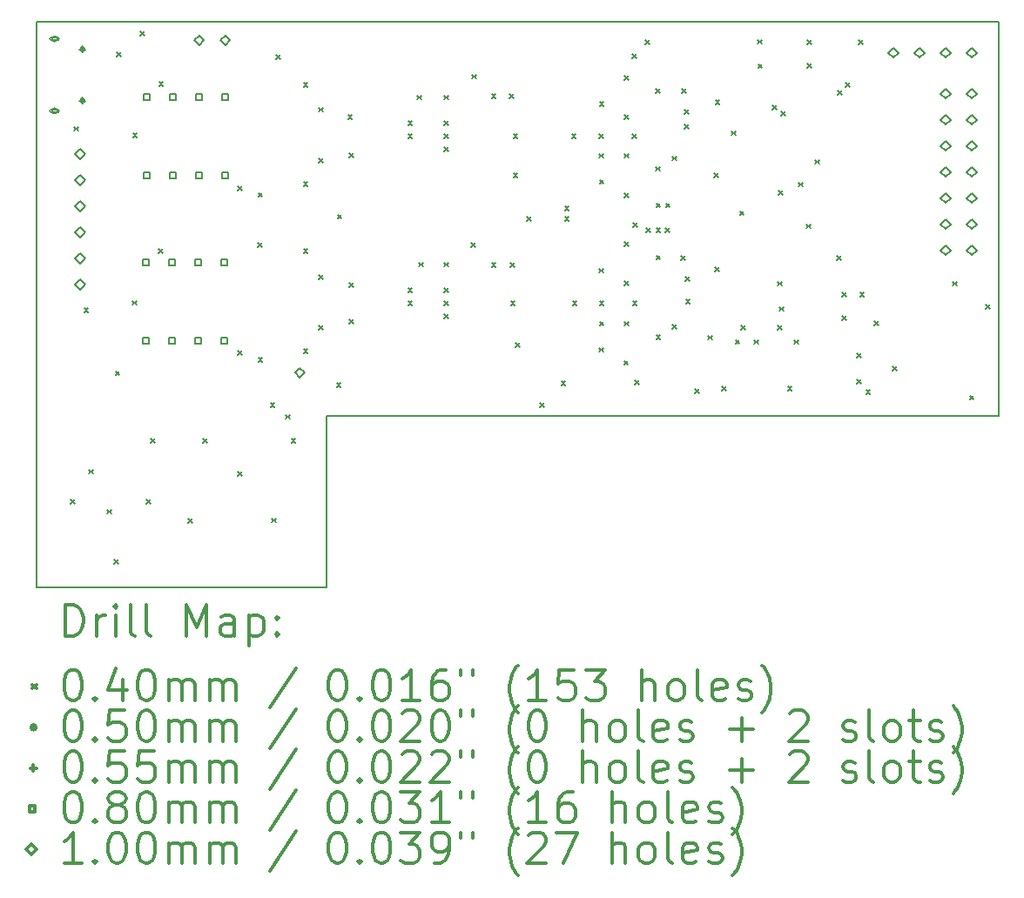
<source format=gbr>
%FSLAX45Y45*%
G04 Gerber Fmt 4.5, Leading zero omitted, Abs format (unit mm)*
G04 Created by KiCad (PCBNEW 5.0.2-bee76a0~70~ubuntu16.04.1) date Fri 08 Mar 2019 09:36:10 +0530*
%MOMM*%
%LPD*%
G01*
G04 APERTURE LIST*
%ADD10C,0.150000*%
%ADD11C,0.200000*%
%ADD12C,0.300000*%
G04 APERTURE END LIST*
D10*
X9150000Y-7787500D02*
X18505000Y-7787500D01*
X9150000Y-13287500D02*
X9150000Y-7787500D01*
X11962500Y-13287500D02*
X9150000Y-13287500D01*
X11962500Y-11622500D02*
X11962500Y-13287500D01*
X18505000Y-11622500D02*
X11962500Y-11622500D01*
X18505000Y-7787500D02*
X18505000Y-11622500D01*
D11*
X9477500Y-12437500D02*
X9517500Y-12477500D01*
X9517500Y-12437500D02*
X9477500Y-12477500D01*
X9510000Y-8807500D02*
X9550000Y-8847500D01*
X9550000Y-8807500D02*
X9510000Y-8847500D01*
X9609000Y-10570000D02*
X9649000Y-10610000D01*
X9649000Y-10570000D02*
X9609000Y-10610000D01*
X9657500Y-12142500D02*
X9697500Y-12182500D01*
X9697500Y-12142500D02*
X9657500Y-12182500D01*
X9832500Y-12532500D02*
X9872500Y-12572500D01*
X9872500Y-12532500D02*
X9832500Y-12572500D01*
X9902500Y-13022500D02*
X9942500Y-13062500D01*
X9942500Y-13022500D02*
X9902500Y-13062500D01*
X9912500Y-11187500D02*
X9952500Y-11227500D01*
X9952500Y-11187500D02*
X9912500Y-11227500D01*
X9925000Y-8085000D02*
X9965000Y-8125000D01*
X9965000Y-8085000D02*
X9925000Y-8125000D01*
X10077500Y-10500000D02*
X10117500Y-10540000D01*
X10117500Y-10500000D02*
X10077500Y-10540000D01*
X10082500Y-8872500D02*
X10122500Y-8912500D01*
X10122500Y-8872500D02*
X10082500Y-8912500D01*
X10155000Y-7877500D02*
X10195000Y-7917500D01*
X10195000Y-7877500D02*
X10155000Y-7917500D01*
X10212000Y-12437500D02*
X10252000Y-12477500D01*
X10252000Y-12437500D02*
X10212000Y-12477500D01*
X10257500Y-11845000D02*
X10297500Y-11885000D01*
X10297500Y-11845000D02*
X10257500Y-11885000D01*
X10335000Y-10000000D02*
X10375000Y-10040000D01*
X10375000Y-10000000D02*
X10335000Y-10040000D01*
X10337500Y-8370000D02*
X10377500Y-8410000D01*
X10377500Y-8370000D02*
X10337500Y-8410000D01*
X10620000Y-12620000D02*
X10660000Y-12660000D01*
X10660000Y-12620000D02*
X10620000Y-12660000D01*
X10762500Y-11845000D02*
X10802500Y-11885000D01*
X10802500Y-11845000D02*
X10762500Y-11885000D01*
X11100000Y-10987500D02*
X11140000Y-11027500D01*
X11140000Y-10987500D02*
X11100000Y-11027500D01*
X11102500Y-9390000D02*
X11142500Y-9430000D01*
X11142500Y-9390000D02*
X11102500Y-9430000D01*
X11102500Y-12162500D02*
X11142500Y-12202500D01*
X11142500Y-12162500D02*
X11102500Y-12202500D01*
X11297500Y-9935500D02*
X11337500Y-9975500D01*
X11337500Y-9935500D02*
X11297500Y-9975500D01*
X11302500Y-9452000D02*
X11342500Y-9492000D01*
X11342500Y-9452000D02*
X11302500Y-9492000D01*
X11302500Y-11057000D02*
X11342500Y-11097000D01*
X11342500Y-11057000D02*
X11302500Y-11097000D01*
X11420000Y-11495000D02*
X11460000Y-11535000D01*
X11460000Y-11495000D02*
X11420000Y-11535000D01*
X11435000Y-12617500D02*
X11475000Y-12657500D01*
X11475000Y-12617500D02*
X11435000Y-12657500D01*
X11477500Y-8110000D02*
X11517500Y-8150000D01*
X11517500Y-8110000D02*
X11477500Y-8150000D01*
X11570000Y-11610000D02*
X11610000Y-11650000D01*
X11610000Y-11610000D02*
X11570000Y-11650000D01*
X11622500Y-11842500D02*
X11662500Y-11882500D01*
X11662500Y-11842500D02*
X11622500Y-11882500D01*
X11742500Y-8382500D02*
X11782500Y-8422500D01*
X11782500Y-8382500D02*
X11742500Y-8422500D01*
X11742500Y-9342500D02*
X11782500Y-9382500D01*
X11782500Y-9342500D02*
X11742500Y-9382500D01*
X11742500Y-9995000D02*
X11782500Y-10035000D01*
X11782500Y-9995000D02*
X11742500Y-10035000D01*
X11742500Y-10972500D02*
X11782500Y-11012500D01*
X11782500Y-10972500D02*
X11742500Y-11012500D01*
X11892500Y-8622500D02*
X11932500Y-8662500D01*
X11932500Y-8622500D02*
X11892500Y-8662500D01*
X11892500Y-9115000D02*
X11932500Y-9155000D01*
X11932500Y-9115000D02*
X11892500Y-9155000D01*
X11892500Y-10250000D02*
X11932500Y-10290000D01*
X11932500Y-10250000D02*
X11892500Y-10290000D01*
X11892500Y-10740000D02*
X11932500Y-10780000D01*
X11932500Y-10740000D02*
X11892500Y-10780000D01*
X12065000Y-11300000D02*
X12105000Y-11340000D01*
X12105000Y-11300000D02*
X12065000Y-11340000D01*
X12072500Y-9662500D02*
X12112500Y-9702500D01*
X12112500Y-9662500D02*
X12072500Y-9702500D01*
X12175000Y-8692500D02*
X12215000Y-8732500D01*
X12215000Y-8692500D02*
X12175000Y-8732500D01*
X12185000Y-9065000D02*
X12225000Y-9105000D01*
X12225000Y-9065000D02*
X12185000Y-9105000D01*
X12185000Y-10330000D02*
X12225000Y-10370000D01*
X12225000Y-10330000D02*
X12185000Y-10370000D01*
X12185000Y-10680000D02*
X12225000Y-10720000D01*
X12225000Y-10680000D02*
X12185000Y-10720000D01*
X12757500Y-8752500D02*
X12797500Y-8792500D01*
X12797500Y-8752500D02*
X12757500Y-8792500D01*
X12757500Y-8880000D02*
X12797500Y-8920000D01*
X12797500Y-8880000D02*
X12757500Y-8920000D01*
X12757500Y-10380000D02*
X12797500Y-10420000D01*
X12797500Y-10380000D02*
X12757500Y-10420000D01*
X12757500Y-10507500D02*
X12797500Y-10547500D01*
X12797500Y-10507500D02*
X12757500Y-10547500D01*
X12850000Y-8502500D02*
X12890000Y-8542500D01*
X12890000Y-8502500D02*
X12850000Y-8542500D01*
X12862500Y-10127500D02*
X12902500Y-10167500D01*
X12902500Y-10127500D02*
X12862500Y-10167500D01*
X13112500Y-8502500D02*
X13152500Y-8542500D01*
X13152500Y-8502500D02*
X13112500Y-8542500D01*
X13112500Y-8752500D02*
X13152500Y-8792500D01*
X13152500Y-8752500D02*
X13112500Y-8792500D01*
X13112500Y-8880000D02*
X13152500Y-8920000D01*
X13152500Y-8880000D02*
X13112500Y-8920000D01*
X13112500Y-9007500D02*
X13152500Y-9047500D01*
X13152500Y-9007500D02*
X13112500Y-9047500D01*
X13112500Y-10127500D02*
X13152500Y-10167500D01*
X13152500Y-10127500D02*
X13112500Y-10167500D01*
X13112500Y-10380000D02*
X13152500Y-10420000D01*
X13152500Y-10380000D02*
X13112500Y-10420000D01*
X13112500Y-10507500D02*
X13152500Y-10547500D01*
X13152500Y-10507500D02*
X13112500Y-10547500D01*
X13112500Y-10635000D02*
X13152500Y-10675000D01*
X13152500Y-10635000D02*
X13112500Y-10675000D01*
X13375000Y-9940000D02*
X13415000Y-9980000D01*
X13415000Y-9940000D02*
X13375000Y-9980000D01*
X13382500Y-8300000D02*
X13422500Y-8340000D01*
X13422500Y-8300000D02*
X13382500Y-8340000D01*
X13570000Y-8487500D02*
X13610000Y-8527500D01*
X13610000Y-8487500D02*
X13570000Y-8527500D01*
X13570000Y-10130000D02*
X13610000Y-10170000D01*
X13610000Y-10130000D02*
X13570000Y-10170000D01*
X13745000Y-8487500D02*
X13785000Y-8527500D01*
X13785000Y-8487500D02*
X13745000Y-8527500D01*
X13750000Y-10130000D02*
X13790000Y-10170000D01*
X13790000Y-10130000D02*
X13750000Y-10170000D01*
X13757500Y-10507500D02*
X13797500Y-10547500D01*
X13797500Y-10507500D02*
X13757500Y-10547500D01*
X13782500Y-8877500D02*
X13822500Y-8917500D01*
X13822500Y-8877500D02*
X13782500Y-8917500D01*
X13782500Y-9260000D02*
X13822500Y-9300000D01*
X13822500Y-9260000D02*
X13782500Y-9300000D01*
X13802500Y-10910000D02*
X13842500Y-10950000D01*
X13842500Y-10910000D02*
X13802500Y-10950000D01*
X13915000Y-9685000D02*
X13955000Y-9725000D01*
X13955000Y-9685000D02*
X13915000Y-9725000D01*
X14040000Y-11495000D02*
X14080000Y-11535000D01*
X14080000Y-11495000D02*
X14040000Y-11535000D01*
X14247500Y-11285000D02*
X14287500Y-11325000D01*
X14287500Y-11285000D02*
X14247500Y-11325000D01*
X14282500Y-9580000D02*
X14322500Y-9620000D01*
X14322500Y-9580000D02*
X14282500Y-9620000D01*
X14282500Y-9685000D02*
X14322500Y-9725000D01*
X14322500Y-9685000D02*
X14282500Y-9725000D01*
X14350000Y-8877500D02*
X14390000Y-8917500D01*
X14390000Y-8877500D02*
X14350000Y-8917500D01*
X14357500Y-10502500D02*
X14397500Y-10542500D01*
X14397500Y-10502500D02*
X14357500Y-10542500D01*
X14615000Y-9070000D02*
X14655000Y-9110000D01*
X14655000Y-9070000D02*
X14615000Y-9110000D01*
X14617500Y-8877500D02*
X14657500Y-8917500D01*
X14657500Y-8877500D02*
X14617500Y-8917500D01*
X14617500Y-10187500D02*
X14657500Y-10227500D01*
X14657500Y-10187500D02*
X14617500Y-10227500D01*
X14617500Y-10957500D02*
X14657500Y-10997500D01*
X14657500Y-10957500D02*
X14617500Y-10997500D01*
X14620000Y-8565000D02*
X14660000Y-8605000D01*
X14660000Y-8565000D02*
X14620000Y-8605000D01*
X14620000Y-9325000D02*
X14660000Y-9365000D01*
X14660000Y-9325000D02*
X14620000Y-9365000D01*
X14620000Y-10505000D02*
X14660000Y-10545000D01*
X14660000Y-10505000D02*
X14620000Y-10545000D01*
X14620000Y-10705000D02*
X14660000Y-10745000D01*
X14660000Y-10705000D02*
X14620000Y-10745000D01*
X14857500Y-11085000D02*
X14897500Y-11125000D01*
X14897500Y-11085000D02*
X14857500Y-11125000D01*
X14860000Y-8310000D02*
X14900000Y-8350000D01*
X14900000Y-8310000D02*
X14860000Y-8350000D01*
X14860000Y-8695000D02*
X14900000Y-8735000D01*
X14900000Y-8695000D02*
X14860000Y-8735000D01*
X14860000Y-9070000D02*
X14900000Y-9110000D01*
X14900000Y-9070000D02*
X14860000Y-9110000D01*
X14860000Y-10705000D02*
X14900000Y-10745000D01*
X14900000Y-10705000D02*
X14860000Y-10745000D01*
X14862500Y-9452500D02*
X14902500Y-9492500D01*
X14902500Y-9452500D02*
X14862500Y-9492500D01*
X14862500Y-9932500D02*
X14902500Y-9972500D01*
X14902500Y-9932500D02*
X14862500Y-9972500D01*
X14862500Y-10312500D02*
X14902500Y-10352500D01*
X14902500Y-10312500D02*
X14862500Y-10352500D01*
X14937500Y-8100000D02*
X14977500Y-8140000D01*
X14977500Y-8100000D02*
X14937500Y-8140000D01*
X14937500Y-8877500D02*
X14977500Y-8917500D01*
X14977500Y-8877500D02*
X14937500Y-8917500D01*
X14942500Y-10505000D02*
X14982500Y-10545000D01*
X14982500Y-10505000D02*
X14942500Y-10545000D01*
X14945000Y-9745000D02*
X14985000Y-9785000D01*
X14985000Y-9745000D02*
X14945000Y-9785000D01*
X14962500Y-11277500D02*
X15002500Y-11317500D01*
X15002500Y-11277500D02*
X14962500Y-11317500D01*
X15067500Y-7962500D02*
X15107500Y-8002500D01*
X15107500Y-7962500D02*
X15067500Y-8002500D01*
X15075000Y-9792500D02*
X15115000Y-9832500D01*
X15115000Y-9792500D02*
X15075000Y-9832500D01*
X15165000Y-8437500D02*
X15205000Y-8477500D01*
X15205000Y-8437500D02*
X15165000Y-8477500D01*
X15165000Y-9197500D02*
X15205000Y-9237500D01*
X15205000Y-9197500D02*
X15165000Y-9237500D01*
X15170000Y-9552500D02*
X15210000Y-9592500D01*
X15210000Y-9552500D02*
X15170000Y-9592500D01*
X15170000Y-9795000D02*
X15210000Y-9835000D01*
X15210000Y-9795000D02*
X15170000Y-9835000D01*
X15170000Y-10060000D02*
X15210000Y-10100000D01*
X15210000Y-10060000D02*
X15170000Y-10100000D01*
X15170000Y-10832500D02*
X15210000Y-10872500D01*
X15210000Y-10832500D02*
X15170000Y-10872500D01*
X15262500Y-9795000D02*
X15302500Y-9835000D01*
X15302500Y-9795000D02*
X15262500Y-9835000D01*
X15265000Y-9552500D02*
X15305000Y-9592500D01*
X15305000Y-9552500D02*
X15265000Y-9592500D01*
X15327500Y-9095000D02*
X15367500Y-9135000D01*
X15367500Y-9095000D02*
X15327500Y-9135000D01*
X15330000Y-10732500D02*
X15370000Y-10772500D01*
X15370000Y-10732500D02*
X15330000Y-10772500D01*
X15410000Y-10065000D02*
X15450000Y-10105000D01*
X15450000Y-10065000D02*
X15410000Y-10105000D01*
X15420000Y-8440000D02*
X15460000Y-8480000D01*
X15460000Y-8440000D02*
X15420000Y-8480000D01*
X15445000Y-8642500D02*
X15485000Y-8682500D01*
X15485000Y-8642500D02*
X15445000Y-8682500D01*
X15446000Y-8787000D02*
X15486000Y-8827000D01*
X15486000Y-8787000D02*
X15446000Y-8827000D01*
X15457500Y-10267500D02*
X15497500Y-10307500D01*
X15497500Y-10267500D02*
X15457500Y-10307500D01*
X15460000Y-10491000D02*
X15500000Y-10531000D01*
X15500000Y-10491000D02*
X15460000Y-10531000D01*
X15550000Y-11362500D02*
X15590000Y-11402500D01*
X15590000Y-11362500D02*
X15550000Y-11402500D01*
X15677500Y-10840000D02*
X15717500Y-10880000D01*
X15717500Y-10840000D02*
X15677500Y-10880000D01*
X15735000Y-9260000D02*
X15775000Y-9300000D01*
X15775000Y-9260000D02*
X15735000Y-9300000D01*
X15740000Y-10175000D02*
X15780000Y-10215000D01*
X15780000Y-10175000D02*
X15740000Y-10215000D01*
X15747500Y-8550000D02*
X15787500Y-8590000D01*
X15787500Y-8550000D02*
X15747500Y-8590000D01*
X15812500Y-11335000D02*
X15852500Y-11375000D01*
X15852500Y-11335000D02*
X15812500Y-11375000D01*
X15902500Y-8850000D02*
X15942500Y-8890000D01*
X15942500Y-8850000D02*
X15902500Y-8890000D01*
X15942500Y-10882500D02*
X15982500Y-10922500D01*
X15982500Y-10882500D02*
X15942500Y-10922500D01*
X15985000Y-9630000D02*
X16025000Y-9670000D01*
X16025000Y-9630000D02*
X15985000Y-9670000D01*
X15995500Y-10745000D02*
X16035500Y-10785000D01*
X16035500Y-10745000D02*
X15995500Y-10785000D01*
X16122500Y-10882500D02*
X16162500Y-10922500D01*
X16162500Y-10882500D02*
X16122500Y-10922500D01*
X16160000Y-7962000D02*
X16200000Y-8002000D01*
X16200000Y-7962000D02*
X16160000Y-8002000D01*
X16162500Y-8197500D02*
X16202500Y-8237500D01*
X16202500Y-8197500D02*
X16162500Y-8237500D01*
X16302000Y-8600000D02*
X16342000Y-8640000D01*
X16342000Y-8600000D02*
X16302000Y-8640000D01*
X16352000Y-10314000D02*
X16392000Y-10354000D01*
X16392000Y-10314000D02*
X16352000Y-10354000D01*
X16355000Y-10745000D02*
X16395000Y-10785000D01*
X16395000Y-10745000D02*
X16355000Y-10785000D01*
X16360000Y-9430000D02*
X16400000Y-9470000D01*
X16400000Y-9430000D02*
X16360000Y-9470000D01*
X16371000Y-10560000D02*
X16411000Y-10600000D01*
X16411000Y-10560000D02*
X16371000Y-10600000D01*
X16389000Y-8661000D02*
X16429000Y-8701000D01*
X16429000Y-8661000D02*
X16389000Y-8701000D01*
X16450000Y-11335000D02*
X16490000Y-11375000D01*
X16490000Y-11335000D02*
X16450000Y-11375000D01*
X16515000Y-10882500D02*
X16555000Y-10922500D01*
X16555000Y-10882500D02*
X16515000Y-10922500D01*
X16557500Y-9350000D02*
X16597500Y-9390000D01*
X16597500Y-9350000D02*
X16557500Y-9390000D01*
X16634000Y-9756000D02*
X16674000Y-9796000D01*
X16674000Y-9756000D02*
X16634000Y-9796000D01*
X16637500Y-7962500D02*
X16677500Y-8002500D01*
X16677500Y-7962500D02*
X16637500Y-8002500D01*
X16638000Y-8195000D02*
X16678000Y-8235000D01*
X16678000Y-8195000D02*
X16638000Y-8235000D01*
X16717500Y-9130000D02*
X16757500Y-9170000D01*
X16757500Y-9130000D02*
X16717500Y-9170000D01*
X16928000Y-10066000D02*
X16968000Y-10106000D01*
X16968000Y-10066000D02*
X16928000Y-10106000D01*
X16936000Y-8454000D02*
X16976000Y-8494000D01*
X16976000Y-8454000D02*
X16936000Y-8494000D01*
X16976000Y-10418000D02*
X17016000Y-10458000D01*
X17016000Y-10418000D02*
X16976000Y-10458000D01*
X16981000Y-10652000D02*
X17021000Y-10692000D01*
X17021000Y-10652000D02*
X16981000Y-10692000D01*
X17015000Y-8378000D02*
X17055000Y-8418000D01*
X17055000Y-8378000D02*
X17015000Y-8418000D01*
X17122500Y-11012500D02*
X17162500Y-11052500D01*
X17162500Y-11012500D02*
X17122500Y-11052500D01*
X17122500Y-11265000D02*
X17162500Y-11305000D01*
X17162500Y-11265000D02*
X17122500Y-11305000D01*
X17142500Y-7962500D02*
X17182500Y-8002500D01*
X17182500Y-7962500D02*
X17142500Y-8002500D01*
X17152500Y-10422500D02*
X17192500Y-10462500D01*
X17192500Y-10422500D02*
X17152500Y-10462500D01*
X17212500Y-11367500D02*
X17252500Y-11407500D01*
X17252500Y-11367500D02*
X17212500Y-11407500D01*
X17295000Y-10702500D02*
X17335000Y-10742500D01*
X17335000Y-10702500D02*
X17295000Y-10742500D01*
X17472500Y-11137500D02*
X17512500Y-11177500D01*
X17512500Y-11137500D02*
X17472500Y-11177500D01*
X18055000Y-10315000D02*
X18095000Y-10355000D01*
X18095000Y-10315000D02*
X18055000Y-10355000D01*
X18219000Y-11423000D02*
X18259000Y-11463000D01*
X18259000Y-11423000D02*
X18219000Y-11463000D01*
X18373000Y-10537000D02*
X18413000Y-10577000D01*
X18413000Y-10537000D02*
X18373000Y-10577000D01*
X9346000Y-7953000D02*
G75*
G03X9346000Y-7953000I-25000J0D01*
G01*
X9288500Y-7968000D02*
X9353500Y-7968000D01*
X9288500Y-7938000D02*
X9353500Y-7938000D01*
X9353500Y-7968000D02*
G75*
G03X9353500Y-7938000I0J15000D01*
G01*
X9288500Y-7938000D02*
G75*
G03X9288500Y-7968000I0J-15000D01*
G01*
X9346000Y-8653000D02*
G75*
G03X9346000Y-8653000I-25000J0D01*
G01*
X9288500Y-8668000D02*
X9353500Y-8668000D01*
X9288500Y-8638000D02*
X9353500Y-8638000D01*
X9353500Y-8668000D02*
G75*
G03X9353500Y-8638000I0J15000D01*
G01*
X9288500Y-8638000D02*
G75*
G03X9288500Y-8668000I0J-15000D01*
G01*
X9591000Y-8025500D02*
X9591000Y-8080500D01*
X9563500Y-8053000D02*
X9618500Y-8053000D01*
X9573500Y-8038000D02*
X9573500Y-8068000D01*
X9608500Y-8038000D02*
X9608500Y-8068000D01*
X9573500Y-8068000D02*
G75*
G03X9608500Y-8068000I17500J0D01*
G01*
X9608500Y-8038000D02*
G75*
G03X9573500Y-8038000I-17500J0D01*
G01*
X9591000Y-8525500D02*
X9591000Y-8580500D01*
X9563500Y-8553000D02*
X9618500Y-8553000D01*
X9573500Y-8538000D02*
X9573500Y-8568000D01*
X9608500Y-8538000D02*
X9608500Y-8568000D01*
X9573500Y-8568000D02*
G75*
G03X9608500Y-8568000I17500J0D01*
G01*
X9608500Y-8538000D02*
G75*
G03X9573500Y-8538000I-17500J0D01*
G01*
X10243785Y-8545785D02*
X10243785Y-8489216D01*
X10187216Y-8489216D01*
X10187216Y-8545785D01*
X10243785Y-8545785D01*
X10243785Y-9307785D02*
X10243785Y-9251216D01*
X10187216Y-9251216D01*
X10187216Y-9307785D01*
X10243785Y-9307785D01*
X10497785Y-8545785D02*
X10497785Y-8489216D01*
X10441216Y-8489216D01*
X10441216Y-8545785D01*
X10497785Y-8545785D01*
X10497785Y-9307785D02*
X10497785Y-9251216D01*
X10441216Y-9251216D01*
X10441216Y-9307785D01*
X10497785Y-9307785D01*
X10751785Y-8545785D02*
X10751785Y-8489216D01*
X10695216Y-8489216D01*
X10695216Y-8545785D01*
X10751785Y-8545785D01*
X10751785Y-9307785D02*
X10751785Y-9251216D01*
X10695216Y-9251216D01*
X10695216Y-9307785D01*
X10751785Y-9307785D01*
X11005785Y-8545785D02*
X11005785Y-8489216D01*
X10949216Y-8489216D01*
X10949216Y-8545785D01*
X11005785Y-8545785D01*
X11005785Y-9307785D02*
X11005785Y-9251216D01*
X10949216Y-9251216D01*
X10949216Y-9307785D01*
X11005785Y-9307785D01*
X10236285Y-10158285D02*
X10236285Y-10101716D01*
X10179716Y-10101716D01*
X10179716Y-10158285D01*
X10236285Y-10158285D01*
X10236285Y-10920285D02*
X10236285Y-10863716D01*
X10179716Y-10863716D01*
X10179716Y-10920285D01*
X10236285Y-10920285D01*
X10490285Y-10158285D02*
X10490285Y-10101716D01*
X10433716Y-10101716D01*
X10433716Y-10158285D01*
X10490285Y-10158285D01*
X10490285Y-10920285D02*
X10490285Y-10863716D01*
X10433716Y-10863716D01*
X10433716Y-10920285D01*
X10490285Y-10920285D01*
X10744285Y-10158285D02*
X10744285Y-10101716D01*
X10687716Y-10101716D01*
X10687716Y-10158285D01*
X10744285Y-10158285D01*
X10744285Y-10920285D02*
X10744285Y-10863716D01*
X10687716Y-10863716D01*
X10687716Y-10920285D01*
X10744285Y-10920285D01*
X10998285Y-10158285D02*
X10998285Y-10101716D01*
X10941716Y-10101716D01*
X10941716Y-10158285D01*
X10998285Y-10158285D01*
X10998285Y-10920285D02*
X10998285Y-10863716D01*
X10941716Y-10863716D01*
X10941716Y-10920285D01*
X10998285Y-10920285D01*
X10725000Y-8017500D02*
X10775000Y-7967500D01*
X10725000Y-7917500D01*
X10675000Y-7967500D01*
X10725000Y-8017500D01*
X10979000Y-8017500D02*
X11029000Y-7967500D01*
X10979000Y-7917500D01*
X10929000Y-7967500D01*
X10979000Y-8017500D01*
X9570000Y-9120000D02*
X9620000Y-9070000D01*
X9570000Y-9020000D01*
X9520000Y-9070000D01*
X9570000Y-9120000D01*
X9570000Y-9374000D02*
X9620000Y-9324000D01*
X9570000Y-9274000D01*
X9520000Y-9324000D01*
X9570000Y-9374000D01*
X9570000Y-9628000D02*
X9620000Y-9578000D01*
X9570000Y-9528000D01*
X9520000Y-9578000D01*
X9570000Y-9628000D01*
X9570000Y-9882000D02*
X9620000Y-9832000D01*
X9570000Y-9782000D01*
X9520000Y-9832000D01*
X9570000Y-9882000D01*
X9570000Y-10136000D02*
X9620000Y-10086000D01*
X9570000Y-10036000D01*
X9520000Y-10086000D01*
X9570000Y-10136000D01*
X9570000Y-10390000D02*
X9620000Y-10340000D01*
X9570000Y-10290000D01*
X9520000Y-10340000D01*
X9570000Y-10390000D01*
X11707000Y-11252000D02*
X11757000Y-11202000D01*
X11707000Y-11152000D01*
X11657000Y-11202000D01*
X11707000Y-11252000D01*
X17985000Y-8535000D02*
X18035000Y-8485000D01*
X17985000Y-8435000D01*
X17935000Y-8485000D01*
X17985000Y-8535000D01*
X17985000Y-8789000D02*
X18035000Y-8739000D01*
X17985000Y-8689000D01*
X17935000Y-8739000D01*
X17985000Y-8789000D01*
X17985000Y-9043000D02*
X18035000Y-8993000D01*
X17985000Y-8943000D01*
X17935000Y-8993000D01*
X17985000Y-9043000D01*
X17985000Y-9297000D02*
X18035000Y-9247000D01*
X17985000Y-9197000D01*
X17935000Y-9247000D01*
X17985000Y-9297000D01*
X17985000Y-9551000D02*
X18035000Y-9501000D01*
X17985000Y-9451000D01*
X17935000Y-9501000D01*
X17985000Y-9551000D01*
X17985000Y-9805000D02*
X18035000Y-9755000D01*
X17985000Y-9705000D01*
X17935000Y-9755000D01*
X17985000Y-9805000D01*
X17985000Y-10059000D02*
X18035000Y-10009000D01*
X17985000Y-9959000D01*
X17935000Y-10009000D01*
X17985000Y-10059000D01*
X18239000Y-8535000D02*
X18289000Y-8485000D01*
X18239000Y-8435000D01*
X18189000Y-8485000D01*
X18239000Y-8535000D01*
X18239000Y-8789000D02*
X18289000Y-8739000D01*
X18239000Y-8689000D01*
X18189000Y-8739000D01*
X18239000Y-8789000D01*
X18239000Y-9043000D02*
X18289000Y-8993000D01*
X18239000Y-8943000D01*
X18189000Y-8993000D01*
X18239000Y-9043000D01*
X18239000Y-9297000D02*
X18289000Y-9247000D01*
X18239000Y-9197000D01*
X18189000Y-9247000D01*
X18239000Y-9297000D01*
X18239000Y-9551000D02*
X18289000Y-9501000D01*
X18239000Y-9451000D01*
X18189000Y-9501000D01*
X18239000Y-9551000D01*
X18239000Y-9805000D02*
X18289000Y-9755000D01*
X18239000Y-9705000D01*
X18189000Y-9755000D01*
X18239000Y-9805000D01*
X18239000Y-10059000D02*
X18289000Y-10009000D01*
X18239000Y-9959000D01*
X18189000Y-10009000D01*
X18239000Y-10059000D01*
X17477500Y-8137500D02*
X17527500Y-8087500D01*
X17477500Y-8037500D01*
X17427500Y-8087500D01*
X17477500Y-8137500D01*
X17731500Y-8137500D02*
X17781500Y-8087500D01*
X17731500Y-8037500D01*
X17681500Y-8087500D01*
X17731500Y-8137500D01*
X17985500Y-8137500D02*
X18035500Y-8087500D01*
X17985500Y-8037500D01*
X17935500Y-8087500D01*
X17985500Y-8137500D01*
X18239500Y-8137500D02*
X18289500Y-8087500D01*
X18239500Y-8037500D01*
X18189500Y-8087500D01*
X18239500Y-8137500D01*
D12*
X9428928Y-13760714D02*
X9428928Y-13460714D01*
X9500357Y-13460714D01*
X9543214Y-13475000D01*
X9571786Y-13503571D01*
X9586071Y-13532143D01*
X9600357Y-13589286D01*
X9600357Y-13632143D01*
X9586071Y-13689286D01*
X9571786Y-13717857D01*
X9543214Y-13746429D01*
X9500357Y-13760714D01*
X9428928Y-13760714D01*
X9728928Y-13760714D02*
X9728928Y-13560714D01*
X9728928Y-13617857D02*
X9743214Y-13589286D01*
X9757500Y-13575000D01*
X9786071Y-13560714D01*
X9814643Y-13560714D01*
X9914643Y-13760714D02*
X9914643Y-13560714D01*
X9914643Y-13460714D02*
X9900357Y-13475000D01*
X9914643Y-13489286D01*
X9928928Y-13475000D01*
X9914643Y-13460714D01*
X9914643Y-13489286D01*
X10100357Y-13760714D02*
X10071786Y-13746429D01*
X10057500Y-13717857D01*
X10057500Y-13460714D01*
X10257500Y-13760714D02*
X10228928Y-13746429D01*
X10214643Y-13717857D01*
X10214643Y-13460714D01*
X10600357Y-13760714D02*
X10600357Y-13460714D01*
X10700357Y-13675000D01*
X10800357Y-13460714D01*
X10800357Y-13760714D01*
X11071786Y-13760714D02*
X11071786Y-13603571D01*
X11057500Y-13575000D01*
X11028928Y-13560714D01*
X10971786Y-13560714D01*
X10943214Y-13575000D01*
X11071786Y-13746429D02*
X11043214Y-13760714D01*
X10971786Y-13760714D01*
X10943214Y-13746429D01*
X10928928Y-13717857D01*
X10928928Y-13689286D01*
X10943214Y-13660714D01*
X10971786Y-13646429D01*
X11043214Y-13646429D01*
X11071786Y-13632143D01*
X11214643Y-13560714D02*
X11214643Y-13860714D01*
X11214643Y-13575000D02*
X11243214Y-13560714D01*
X11300357Y-13560714D01*
X11328928Y-13575000D01*
X11343214Y-13589286D01*
X11357500Y-13617857D01*
X11357500Y-13703571D01*
X11343214Y-13732143D01*
X11328928Y-13746429D01*
X11300357Y-13760714D01*
X11243214Y-13760714D01*
X11214643Y-13746429D01*
X11486071Y-13732143D02*
X11500357Y-13746429D01*
X11486071Y-13760714D01*
X11471786Y-13746429D01*
X11486071Y-13732143D01*
X11486071Y-13760714D01*
X11486071Y-13575000D02*
X11500357Y-13589286D01*
X11486071Y-13603571D01*
X11471786Y-13589286D01*
X11486071Y-13575000D01*
X11486071Y-13603571D01*
X9102500Y-14235000D02*
X9142500Y-14275000D01*
X9142500Y-14235000D02*
X9102500Y-14275000D01*
X9486071Y-14090714D02*
X9514643Y-14090714D01*
X9543214Y-14105000D01*
X9557500Y-14119286D01*
X9571786Y-14147857D01*
X9586071Y-14205000D01*
X9586071Y-14276429D01*
X9571786Y-14333571D01*
X9557500Y-14362143D01*
X9543214Y-14376429D01*
X9514643Y-14390714D01*
X9486071Y-14390714D01*
X9457500Y-14376429D01*
X9443214Y-14362143D01*
X9428928Y-14333571D01*
X9414643Y-14276429D01*
X9414643Y-14205000D01*
X9428928Y-14147857D01*
X9443214Y-14119286D01*
X9457500Y-14105000D01*
X9486071Y-14090714D01*
X9714643Y-14362143D02*
X9728928Y-14376429D01*
X9714643Y-14390714D01*
X9700357Y-14376429D01*
X9714643Y-14362143D01*
X9714643Y-14390714D01*
X9986071Y-14190714D02*
X9986071Y-14390714D01*
X9914643Y-14076429D02*
X9843214Y-14290714D01*
X10028928Y-14290714D01*
X10200357Y-14090714D02*
X10228928Y-14090714D01*
X10257500Y-14105000D01*
X10271786Y-14119286D01*
X10286071Y-14147857D01*
X10300357Y-14205000D01*
X10300357Y-14276429D01*
X10286071Y-14333571D01*
X10271786Y-14362143D01*
X10257500Y-14376429D01*
X10228928Y-14390714D01*
X10200357Y-14390714D01*
X10171786Y-14376429D01*
X10157500Y-14362143D01*
X10143214Y-14333571D01*
X10128928Y-14276429D01*
X10128928Y-14205000D01*
X10143214Y-14147857D01*
X10157500Y-14119286D01*
X10171786Y-14105000D01*
X10200357Y-14090714D01*
X10428928Y-14390714D02*
X10428928Y-14190714D01*
X10428928Y-14219286D02*
X10443214Y-14205000D01*
X10471786Y-14190714D01*
X10514643Y-14190714D01*
X10543214Y-14205000D01*
X10557500Y-14233571D01*
X10557500Y-14390714D01*
X10557500Y-14233571D02*
X10571786Y-14205000D01*
X10600357Y-14190714D01*
X10643214Y-14190714D01*
X10671786Y-14205000D01*
X10686071Y-14233571D01*
X10686071Y-14390714D01*
X10828928Y-14390714D02*
X10828928Y-14190714D01*
X10828928Y-14219286D02*
X10843214Y-14205000D01*
X10871786Y-14190714D01*
X10914643Y-14190714D01*
X10943214Y-14205000D01*
X10957500Y-14233571D01*
X10957500Y-14390714D01*
X10957500Y-14233571D02*
X10971786Y-14205000D01*
X11000357Y-14190714D01*
X11043214Y-14190714D01*
X11071786Y-14205000D01*
X11086071Y-14233571D01*
X11086071Y-14390714D01*
X11671786Y-14076429D02*
X11414643Y-14462143D01*
X12057500Y-14090714D02*
X12086071Y-14090714D01*
X12114643Y-14105000D01*
X12128928Y-14119286D01*
X12143214Y-14147857D01*
X12157500Y-14205000D01*
X12157500Y-14276429D01*
X12143214Y-14333571D01*
X12128928Y-14362143D01*
X12114643Y-14376429D01*
X12086071Y-14390714D01*
X12057500Y-14390714D01*
X12028928Y-14376429D01*
X12014643Y-14362143D01*
X12000357Y-14333571D01*
X11986071Y-14276429D01*
X11986071Y-14205000D01*
X12000357Y-14147857D01*
X12014643Y-14119286D01*
X12028928Y-14105000D01*
X12057500Y-14090714D01*
X12286071Y-14362143D02*
X12300357Y-14376429D01*
X12286071Y-14390714D01*
X12271786Y-14376429D01*
X12286071Y-14362143D01*
X12286071Y-14390714D01*
X12486071Y-14090714D02*
X12514643Y-14090714D01*
X12543214Y-14105000D01*
X12557500Y-14119286D01*
X12571786Y-14147857D01*
X12586071Y-14205000D01*
X12586071Y-14276429D01*
X12571786Y-14333571D01*
X12557500Y-14362143D01*
X12543214Y-14376429D01*
X12514643Y-14390714D01*
X12486071Y-14390714D01*
X12457500Y-14376429D01*
X12443214Y-14362143D01*
X12428928Y-14333571D01*
X12414643Y-14276429D01*
X12414643Y-14205000D01*
X12428928Y-14147857D01*
X12443214Y-14119286D01*
X12457500Y-14105000D01*
X12486071Y-14090714D01*
X12871786Y-14390714D02*
X12700357Y-14390714D01*
X12786071Y-14390714D02*
X12786071Y-14090714D01*
X12757500Y-14133571D01*
X12728928Y-14162143D01*
X12700357Y-14176429D01*
X13128928Y-14090714D02*
X13071786Y-14090714D01*
X13043214Y-14105000D01*
X13028928Y-14119286D01*
X13000357Y-14162143D01*
X12986071Y-14219286D01*
X12986071Y-14333571D01*
X13000357Y-14362143D01*
X13014643Y-14376429D01*
X13043214Y-14390714D01*
X13100357Y-14390714D01*
X13128928Y-14376429D01*
X13143214Y-14362143D01*
X13157500Y-14333571D01*
X13157500Y-14262143D01*
X13143214Y-14233571D01*
X13128928Y-14219286D01*
X13100357Y-14205000D01*
X13043214Y-14205000D01*
X13014643Y-14219286D01*
X13000357Y-14233571D01*
X12986071Y-14262143D01*
X13271786Y-14090714D02*
X13271786Y-14147857D01*
X13386071Y-14090714D02*
X13386071Y-14147857D01*
X13828928Y-14505000D02*
X13814643Y-14490714D01*
X13786071Y-14447857D01*
X13771786Y-14419286D01*
X13757500Y-14376429D01*
X13743214Y-14305000D01*
X13743214Y-14247857D01*
X13757500Y-14176429D01*
X13771786Y-14133571D01*
X13786071Y-14105000D01*
X13814643Y-14062143D01*
X13828928Y-14047857D01*
X14100357Y-14390714D02*
X13928928Y-14390714D01*
X14014643Y-14390714D02*
X14014643Y-14090714D01*
X13986071Y-14133571D01*
X13957500Y-14162143D01*
X13928928Y-14176429D01*
X14371786Y-14090714D02*
X14228928Y-14090714D01*
X14214643Y-14233571D01*
X14228928Y-14219286D01*
X14257500Y-14205000D01*
X14328928Y-14205000D01*
X14357500Y-14219286D01*
X14371786Y-14233571D01*
X14386071Y-14262143D01*
X14386071Y-14333571D01*
X14371786Y-14362143D01*
X14357500Y-14376429D01*
X14328928Y-14390714D01*
X14257500Y-14390714D01*
X14228928Y-14376429D01*
X14214643Y-14362143D01*
X14486071Y-14090714D02*
X14671786Y-14090714D01*
X14571786Y-14205000D01*
X14614643Y-14205000D01*
X14643214Y-14219286D01*
X14657500Y-14233571D01*
X14671786Y-14262143D01*
X14671786Y-14333571D01*
X14657500Y-14362143D01*
X14643214Y-14376429D01*
X14614643Y-14390714D01*
X14528928Y-14390714D01*
X14500357Y-14376429D01*
X14486071Y-14362143D01*
X15028928Y-14390714D02*
X15028928Y-14090714D01*
X15157500Y-14390714D02*
X15157500Y-14233571D01*
X15143214Y-14205000D01*
X15114643Y-14190714D01*
X15071786Y-14190714D01*
X15043214Y-14205000D01*
X15028928Y-14219286D01*
X15343214Y-14390714D02*
X15314643Y-14376429D01*
X15300357Y-14362143D01*
X15286071Y-14333571D01*
X15286071Y-14247857D01*
X15300357Y-14219286D01*
X15314643Y-14205000D01*
X15343214Y-14190714D01*
X15386071Y-14190714D01*
X15414643Y-14205000D01*
X15428928Y-14219286D01*
X15443214Y-14247857D01*
X15443214Y-14333571D01*
X15428928Y-14362143D01*
X15414643Y-14376429D01*
X15386071Y-14390714D01*
X15343214Y-14390714D01*
X15614643Y-14390714D02*
X15586071Y-14376429D01*
X15571786Y-14347857D01*
X15571786Y-14090714D01*
X15843214Y-14376429D02*
X15814643Y-14390714D01*
X15757500Y-14390714D01*
X15728928Y-14376429D01*
X15714643Y-14347857D01*
X15714643Y-14233571D01*
X15728928Y-14205000D01*
X15757500Y-14190714D01*
X15814643Y-14190714D01*
X15843214Y-14205000D01*
X15857500Y-14233571D01*
X15857500Y-14262143D01*
X15714643Y-14290714D01*
X15971786Y-14376429D02*
X16000357Y-14390714D01*
X16057500Y-14390714D01*
X16086071Y-14376429D01*
X16100357Y-14347857D01*
X16100357Y-14333571D01*
X16086071Y-14305000D01*
X16057500Y-14290714D01*
X16014643Y-14290714D01*
X15986071Y-14276429D01*
X15971786Y-14247857D01*
X15971786Y-14233571D01*
X15986071Y-14205000D01*
X16014643Y-14190714D01*
X16057500Y-14190714D01*
X16086071Y-14205000D01*
X16200357Y-14505000D02*
X16214643Y-14490714D01*
X16243214Y-14447857D01*
X16257500Y-14419286D01*
X16271786Y-14376429D01*
X16286071Y-14305000D01*
X16286071Y-14247857D01*
X16271786Y-14176429D01*
X16257500Y-14133571D01*
X16243214Y-14105000D01*
X16214643Y-14062143D01*
X16200357Y-14047857D01*
X9142500Y-14651000D02*
G75*
G03X9142500Y-14651000I-25000J0D01*
G01*
X9486071Y-14486714D02*
X9514643Y-14486714D01*
X9543214Y-14501000D01*
X9557500Y-14515286D01*
X9571786Y-14543857D01*
X9586071Y-14601000D01*
X9586071Y-14672429D01*
X9571786Y-14729571D01*
X9557500Y-14758143D01*
X9543214Y-14772429D01*
X9514643Y-14786714D01*
X9486071Y-14786714D01*
X9457500Y-14772429D01*
X9443214Y-14758143D01*
X9428928Y-14729571D01*
X9414643Y-14672429D01*
X9414643Y-14601000D01*
X9428928Y-14543857D01*
X9443214Y-14515286D01*
X9457500Y-14501000D01*
X9486071Y-14486714D01*
X9714643Y-14758143D02*
X9728928Y-14772429D01*
X9714643Y-14786714D01*
X9700357Y-14772429D01*
X9714643Y-14758143D01*
X9714643Y-14786714D01*
X10000357Y-14486714D02*
X9857500Y-14486714D01*
X9843214Y-14629571D01*
X9857500Y-14615286D01*
X9886071Y-14601000D01*
X9957500Y-14601000D01*
X9986071Y-14615286D01*
X10000357Y-14629571D01*
X10014643Y-14658143D01*
X10014643Y-14729571D01*
X10000357Y-14758143D01*
X9986071Y-14772429D01*
X9957500Y-14786714D01*
X9886071Y-14786714D01*
X9857500Y-14772429D01*
X9843214Y-14758143D01*
X10200357Y-14486714D02*
X10228928Y-14486714D01*
X10257500Y-14501000D01*
X10271786Y-14515286D01*
X10286071Y-14543857D01*
X10300357Y-14601000D01*
X10300357Y-14672429D01*
X10286071Y-14729571D01*
X10271786Y-14758143D01*
X10257500Y-14772429D01*
X10228928Y-14786714D01*
X10200357Y-14786714D01*
X10171786Y-14772429D01*
X10157500Y-14758143D01*
X10143214Y-14729571D01*
X10128928Y-14672429D01*
X10128928Y-14601000D01*
X10143214Y-14543857D01*
X10157500Y-14515286D01*
X10171786Y-14501000D01*
X10200357Y-14486714D01*
X10428928Y-14786714D02*
X10428928Y-14586714D01*
X10428928Y-14615286D02*
X10443214Y-14601000D01*
X10471786Y-14586714D01*
X10514643Y-14586714D01*
X10543214Y-14601000D01*
X10557500Y-14629571D01*
X10557500Y-14786714D01*
X10557500Y-14629571D02*
X10571786Y-14601000D01*
X10600357Y-14586714D01*
X10643214Y-14586714D01*
X10671786Y-14601000D01*
X10686071Y-14629571D01*
X10686071Y-14786714D01*
X10828928Y-14786714D02*
X10828928Y-14586714D01*
X10828928Y-14615286D02*
X10843214Y-14601000D01*
X10871786Y-14586714D01*
X10914643Y-14586714D01*
X10943214Y-14601000D01*
X10957500Y-14629571D01*
X10957500Y-14786714D01*
X10957500Y-14629571D02*
X10971786Y-14601000D01*
X11000357Y-14586714D01*
X11043214Y-14586714D01*
X11071786Y-14601000D01*
X11086071Y-14629571D01*
X11086071Y-14786714D01*
X11671786Y-14472429D02*
X11414643Y-14858143D01*
X12057500Y-14486714D02*
X12086071Y-14486714D01*
X12114643Y-14501000D01*
X12128928Y-14515286D01*
X12143214Y-14543857D01*
X12157500Y-14601000D01*
X12157500Y-14672429D01*
X12143214Y-14729571D01*
X12128928Y-14758143D01*
X12114643Y-14772429D01*
X12086071Y-14786714D01*
X12057500Y-14786714D01*
X12028928Y-14772429D01*
X12014643Y-14758143D01*
X12000357Y-14729571D01*
X11986071Y-14672429D01*
X11986071Y-14601000D01*
X12000357Y-14543857D01*
X12014643Y-14515286D01*
X12028928Y-14501000D01*
X12057500Y-14486714D01*
X12286071Y-14758143D02*
X12300357Y-14772429D01*
X12286071Y-14786714D01*
X12271786Y-14772429D01*
X12286071Y-14758143D01*
X12286071Y-14786714D01*
X12486071Y-14486714D02*
X12514643Y-14486714D01*
X12543214Y-14501000D01*
X12557500Y-14515286D01*
X12571786Y-14543857D01*
X12586071Y-14601000D01*
X12586071Y-14672429D01*
X12571786Y-14729571D01*
X12557500Y-14758143D01*
X12543214Y-14772429D01*
X12514643Y-14786714D01*
X12486071Y-14786714D01*
X12457500Y-14772429D01*
X12443214Y-14758143D01*
X12428928Y-14729571D01*
X12414643Y-14672429D01*
X12414643Y-14601000D01*
X12428928Y-14543857D01*
X12443214Y-14515286D01*
X12457500Y-14501000D01*
X12486071Y-14486714D01*
X12700357Y-14515286D02*
X12714643Y-14501000D01*
X12743214Y-14486714D01*
X12814643Y-14486714D01*
X12843214Y-14501000D01*
X12857500Y-14515286D01*
X12871786Y-14543857D01*
X12871786Y-14572429D01*
X12857500Y-14615286D01*
X12686071Y-14786714D01*
X12871786Y-14786714D01*
X13057500Y-14486714D02*
X13086071Y-14486714D01*
X13114643Y-14501000D01*
X13128928Y-14515286D01*
X13143214Y-14543857D01*
X13157500Y-14601000D01*
X13157500Y-14672429D01*
X13143214Y-14729571D01*
X13128928Y-14758143D01*
X13114643Y-14772429D01*
X13086071Y-14786714D01*
X13057500Y-14786714D01*
X13028928Y-14772429D01*
X13014643Y-14758143D01*
X13000357Y-14729571D01*
X12986071Y-14672429D01*
X12986071Y-14601000D01*
X13000357Y-14543857D01*
X13014643Y-14515286D01*
X13028928Y-14501000D01*
X13057500Y-14486714D01*
X13271786Y-14486714D02*
X13271786Y-14543857D01*
X13386071Y-14486714D02*
X13386071Y-14543857D01*
X13828928Y-14901000D02*
X13814643Y-14886714D01*
X13786071Y-14843857D01*
X13771786Y-14815286D01*
X13757500Y-14772429D01*
X13743214Y-14701000D01*
X13743214Y-14643857D01*
X13757500Y-14572429D01*
X13771786Y-14529571D01*
X13786071Y-14501000D01*
X13814643Y-14458143D01*
X13828928Y-14443857D01*
X14000357Y-14486714D02*
X14028928Y-14486714D01*
X14057500Y-14501000D01*
X14071786Y-14515286D01*
X14086071Y-14543857D01*
X14100357Y-14601000D01*
X14100357Y-14672429D01*
X14086071Y-14729571D01*
X14071786Y-14758143D01*
X14057500Y-14772429D01*
X14028928Y-14786714D01*
X14000357Y-14786714D01*
X13971786Y-14772429D01*
X13957500Y-14758143D01*
X13943214Y-14729571D01*
X13928928Y-14672429D01*
X13928928Y-14601000D01*
X13943214Y-14543857D01*
X13957500Y-14515286D01*
X13971786Y-14501000D01*
X14000357Y-14486714D01*
X14457500Y-14786714D02*
X14457500Y-14486714D01*
X14586071Y-14786714D02*
X14586071Y-14629571D01*
X14571786Y-14601000D01*
X14543214Y-14586714D01*
X14500357Y-14586714D01*
X14471786Y-14601000D01*
X14457500Y-14615286D01*
X14771786Y-14786714D02*
X14743214Y-14772429D01*
X14728928Y-14758143D01*
X14714643Y-14729571D01*
X14714643Y-14643857D01*
X14728928Y-14615286D01*
X14743214Y-14601000D01*
X14771786Y-14586714D01*
X14814643Y-14586714D01*
X14843214Y-14601000D01*
X14857500Y-14615286D01*
X14871786Y-14643857D01*
X14871786Y-14729571D01*
X14857500Y-14758143D01*
X14843214Y-14772429D01*
X14814643Y-14786714D01*
X14771786Y-14786714D01*
X15043214Y-14786714D02*
X15014643Y-14772429D01*
X15000357Y-14743857D01*
X15000357Y-14486714D01*
X15271786Y-14772429D02*
X15243214Y-14786714D01*
X15186071Y-14786714D01*
X15157500Y-14772429D01*
X15143214Y-14743857D01*
X15143214Y-14629571D01*
X15157500Y-14601000D01*
X15186071Y-14586714D01*
X15243214Y-14586714D01*
X15271786Y-14601000D01*
X15286071Y-14629571D01*
X15286071Y-14658143D01*
X15143214Y-14686714D01*
X15400357Y-14772429D02*
X15428928Y-14786714D01*
X15486071Y-14786714D01*
X15514643Y-14772429D01*
X15528928Y-14743857D01*
X15528928Y-14729571D01*
X15514643Y-14701000D01*
X15486071Y-14686714D01*
X15443214Y-14686714D01*
X15414643Y-14672429D01*
X15400357Y-14643857D01*
X15400357Y-14629571D01*
X15414643Y-14601000D01*
X15443214Y-14586714D01*
X15486071Y-14586714D01*
X15514643Y-14601000D01*
X15886071Y-14672429D02*
X16114643Y-14672429D01*
X16000357Y-14786714D02*
X16000357Y-14558143D01*
X16471786Y-14515286D02*
X16486071Y-14501000D01*
X16514643Y-14486714D01*
X16586071Y-14486714D01*
X16614643Y-14501000D01*
X16628928Y-14515286D01*
X16643214Y-14543857D01*
X16643214Y-14572429D01*
X16628928Y-14615286D01*
X16457500Y-14786714D01*
X16643214Y-14786714D01*
X16986071Y-14772429D02*
X17014643Y-14786714D01*
X17071786Y-14786714D01*
X17100357Y-14772429D01*
X17114643Y-14743857D01*
X17114643Y-14729571D01*
X17100357Y-14701000D01*
X17071786Y-14686714D01*
X17028928Y-14686714D01*
X17000357Y-14672429D01*
X16986071Y-14643857D01*
X16986071Y-14629571D01*
X17000357Y-14601000D01*
X17028928Y-14586714D01*
X17071786Y-14586714D01*
X17100357Y-14601000D01*
X17286071Y-14786714D02*
X17257500Y-14772429D01*
X17243214Y-14743857D01*
X17243214Y-14486714D01*
X17443214Y-14786714D02*
X17414643Y-14772429D01*
X17400357Y-14758143D01*
X17386071Y-14729571D01*
X17386071Y-14643857D01*
X17400357Y-14615286D01*
X17414643Y-14601000D01*
X17443214Y-14586714D01*
X17486071Y-14586714D01*
X17514643Y-14601000D01*
X17528928Y-14615286D01*
X17543214Y-14643857D01*
X17543214Y-14729571D01*
X17528928Y-14758143D01*
X17514643Y-14772429D01*
X17486071Y-14786714D01*
X17443214Y-14786714D01*
X17628928Y-14586714D02*
X17743214Y-14586714D01*
X17671786Y-14486714D02*
X17671786Y-14743857D01*
X17686071Y-14772429D01*
X17714643Y-14786714D01*
X17743214Y-14786714D01*
X17828928Y-14772429D02*
X17857500Y-14786714D01*
X17914643Y-14786714D01*
X17943214Y-14772429D01*
X17957500Y-14743857D01*
X17957500Y-14729571D01*
X17943214Y-14701000D01*
X17914643Y-14686714D01*
X17871786Y-14686714D01*
X17843214Y-14672429D01*
X17828928Y-14643857D01*
X17828928Y-14629571D01*
X17843214Y-14601000D01*
X17871786Y-14586714D01*
X17914643Y-14586714D01*
X17943214Y-14601000D01*
X18057500Y-14901000D02*
X18071786Y-14886714D01*
X18100357Y-14843857D01*
X18114643Y-14815286D01*
X18128928Y-14772429D01*
X18143214Y-14701000D01*
X18143214Y-14643857D01*
X18128928Y-14572429D01*
X18114643Y-14529571D01*
X18100357Y-14501000D01*
X18071786Y-14458143D01*
X18057500Y-14443857D01*
X9115000Y-15019500D02*
X9115000Y-15074500D01*
X9087500Y-15047000D02*
X9142500Y-15047000D01*
X9486071Y-14882714D02*
X9514643Y-14882714D01*
X9543214Y-14897000D01*
X9557500Y-14911286D01*
X9571786Y-14939857D01*
X9586071Y-14997000D01*
X9586071Y-15068429D01*
X9571786Y-15125571D01*
X9557500Y-15154143D01*
X9543214Y-15168429D01*
X9514643Y-15182714D01*
X9486071Y-15182714D01*
X9457500Y-15168429D01*
X9443214Y-15154143D01*
X9428928Y-15125571D01*
X9414643Y-15068429D01*
X9414643Y-14997000D01*
X9428928Y-14939857D01*
X9443214Y-14911286D01*
X9457500Y-14897000D01*
X9486071Y-14882714D01*
X9714643Y-15154143D02*
X9728928Y-15168429D01*
X9714643Y-15182714D01*
X9700357Y-15168429D01*
X9714643Y-15154143D01*
X9714643Y-15182714D01*
X10000357Y-14882714D02*
X9857500Y-14882714D01*
X9843214Y-15025571D01*
X9857500Y-15011286D01*
X9886071Y-14997000D01*
X9957500Y-14997000D01*
X9986071Y-15011286D01*
X10000357Y-15025571D01*
X10014643Y-15054143D01*
X10014643Y-15125571D01*
X10000357Y-15154143D01*
X9986071Y-15168429D01*
X9957500Y-15182714D01*
X9886071Y-15182714D01*
X9857500Y-15168429D01*
X9843214Y-15154143D01*
X10286071Y-14882714D02*
X10143214Y-14882714D01*
X10128928Y-15025571D01*
X10143214Y-15011286D01*
X10171786Y-14997000D01*
X10243214Y-14997000D01*
X10271786Y-15011286D01*
X10286071Y-15025571D01*
X10300357Y-15054143D01*
X10300357Y-15125571D01*
X10286071Y-15154143D01*
X10271786Y-15168429D01*
X10243214Y-15182714D01*
X10171786Y-15182714D01*
X10143214Y-15168429D01*
X10128928Y-15154143D01*
X10428928Y-15182714D02*
X10428928Y-14982714D01*
X10428928Y-15011286D02*
X10443214Y-14997000D01*
X10471786Y-14982714D01*
X10514643Y-14982714D01*
X10543214Y-14997000D01*
X10557500Y-15025571D01*
X10557500Y-15182714D01*
X10557500Y-15025571D02*
X10571786Y-14997000D01*
X10600357Y-14982714D01*
X10643214Y-14982714D01*
X10671786Y-14997000D01*
X10686071Y-15025571D01*
X10686071Y-15182714D01*
X10828928Y-15182714D02*
X10828928Y-14982714D01*
X10828928Y-15011286D02*
X10843214Y-14997000D01*
X10871786Y-14982714D01*
X10914643Y-14982714D01*
X10943214Y-14997000D01*
X10957500Y-15025571D01*
X10957500Y-15182714D01*
X10957500Y-15025571D02*
X10971786Y-14997000D01*
X11000357Y-14982714D01*
X11043214Y-14982714D01*
X11071786Y-14997000D01*
X11086071Y-15025571D01*
X11086071Y-15182714D01*
X11671786Y-14868429D02*
X11414643Y-15254143D01*
X12057500Y-14882714D02*
X12086071Y-14882714D01*
X12114643Y-14897000D01*
X12128928Y-14911286D01*
X12143214Y-14939857D01*
X12157500Y-14997000D01*
X12157500Y-15068429D01*
X12143214Y-15125571D01*
X12128928Y-15154143D01*
X12114643Y-15168429D01*
X12086071Y-15182714D01*
X12057500Y-15182714D01*
X12028928Y-15168429D01*
X12014643Y-15154143D01*
X12000357Y-15125571D01*
X11986071Y-15068429D01*
X11986071Y-14997000D01*
X12000357Y-14939857D01*
X12014643Y-14911286D01*
X12028928Y-14897000D01*
X12057500Y-14882714D01*
X12286071Y-15154143D02*
X12300357Y-15168429D01*
X12286071Y-15182714D01*
X12271786Y-15168429D01*
X12286071Y-15154143D01*
X12286071Y-15182714D01*
X12486071Y-14882714D02*
X12514643Y-14882714D01*
X12543214Y-14897000D01*
X12557500Y-14911286D01*
X12571786Y-14939857D01*
X12586071Y-14997000D01*
X12586071Y-15068429D01*
X12571786Y-15125571D01*
X12557500Y-15154143D01*
X12543214Y-15168429D01*
X12514643Y-15182714D01*
X12486071Y-15182714D01*
X12457500Y-15168429D01*
X12443214Y-15154143D01*
X12428928Y-15125571D01*
X12414643Y-15068429D01*
X12414643Y-14997000D01*
X12428928Y-14939857D01*
X12443214Y-14911286D01*
X12457500Y-14897000D01*
X12486071Y-14882714D01*
X12700357Y-14911286D02*
X12714643Y-14897000D01*
X12743214Y-14882714D01*
X12814643Y-14882714D01*
X12843214Y-14897000D01*
X12857500Y-14911286D01*
X12871786Y-14939857D01*
X12871786Y-14968429D01*
X12857500Y-15011286D01*
X12686071Y-15182714D01*
X12871786Y-15182714D01*
X12986071Y-14911286D02*
X13000357Y-14897000D01*
X13028928Y-14882714D01*
X13100357Y-14882714D01*
X13128928Y-14897000D01*
X13143214Y-14911286D01*
X13157500Y-14939857D01*
X13157500Y-14968429D01*
X13143214Y-15011286D01*
X12971786Y-15182714D01*
X13157500Y-15182714D01*
X13271786Y-14882714D02*
X13271786Y-14939857D01*
X13386071Y-14882714D02*
X13386071Y-14939857D01*
X13828928Y-15297000D02*
X13814643Y-15282714D01*
X13786071Y-15239857D01*
X13771786Y-15211286D01*
X13757500Y-15168429D01*
X13743214Y-15097000D01*
X13743214Y-15039857D01*
X13757500Y-14968429D01*
X13771786Y-14925571D01*
X13786071Y-14897000D01*
X13814643Y-14854143D01*
X13828928Y-14839857D01*
X14000357Y-14882714D02*
X14028928Y-14882714D01*
X14057500Y-14897000D01*
X14071786Y-14911286D01*
X14086071Y-14939857D01*
X14100357Y-14997000D01*
X14100357Y-15068429D01*
X14086071Y-15125571D01*
X14071786Y-15154143D01*
X14057500Y-15168429D01*
X14028928Y-15182714D01*
X14000357Y-15182714D01*
X13971786Y-15168429D01*
X13957500Y-15154143D01*
X13943214Y-15125571D01*
X13928928Y-15068429D01*
X13928928Y-14997000D01*
X13943214Y-14939857D01*
X13957500Y-14911286D01*
X13971786Y-14897000D01*
X14000357Y-14882714D01*
X14457500Y-15182714D02*
X14457500Y-14882714D01*
X14586071Y-15182714D02*
X14586071Y-15025571D01*
X14571786Y-14997000D01*
X14543214Y-14982714D01*
X14500357Y-14982714D01*
X14471786Y-14997000D01*
X14457500Y-15011286D01*
X14771786Y-15182714D02*
X14743214Y-15168429D01*
X14728928Y-15154143D01*
X14714643Y-15125571D01*
X14714643Y-15039857D01*
X14728928Y-15011286D01*
X14743214Y-14997000D01*
X14771786Y-14982714D01*
X14814643Y-14982714D01*
X14843214Y-14997000D01*
X14857500Y-15011286D01*
X14871786Y-15039857D01*
X14871786Y-15125571D01*
X14857500Y-15154143D01*
X14843214Y-15168429D01*
X14814643Y-15182714D01*
X14771786Y-15182714D01*
X15043214Y-15182714D02*
X15014643Y-15168429D01*
X15000357Y-15139857D01*
X15000357Y-14882714D01*
X15271786Y-15168429D02*
X15243214Y-15182714D01*
X15186071Y-15182714D01*
X15157500Y-15168429D01*
X15143214Y-15139857D01*
X15143214Y-15025571D01*
X15157500Y-14997000D01*
X15186071Y-14982714D01*
X15243214Y-14982714D01*
X15271786Y-14997000D01*
X15286071Y-15025571D01*
X15286071Y-15054143D01*
X15143214Y-15082714D01*
X15400357Y-15168429D02*
X15428928Y-15182714D01*
X15486071Y-15182714D01*
X15514643Y-15168429D01*
X15528928Y-15139857D01*
X15528928Y-15125571D01*
X15514643Y-15097000D01*
X15486071Y-15082714D01*
X15443214Y-15082714D01*
X15414643Y-15068429D01*
X15400357Y-15039857D01*
X15400357Y-15025571D01*
X15414643Y-14997000D01*
X15443214Y-14982714D01*
X15486071Y-14982714D01*
X15514643Y-14997000D01*
X15886071Y-15068429D02*
X16114643Y-15068429D01*
X16000357Y-15182714D02*
X16000357Y-14954143D01*
X16471786Y-14911286D02*
X16486071Y-14897000D01*
X16514643Y-14882714D01*
X16586071Y-14882714D01*
X16614643Y-14897000D01*
X16628928Y-14911286D01*
X16643214Y-14939857D01*
X16643214Y-14968429D01*
X16628928Y-15011286D01*
X16457500Y-15182714D01*
X16643214Y-15182714D01*
X16986071Y-15168429D02*
X17014643Y-15182714D01*
X17071786Y-15182714D01*
X17100357Y-15168429D01*
X17114643Y-15139857D01*
X17114643Y-15125571D01*
X17100357Y-15097000D01*
X17071786Y-15082714D01*
X17028928Y-15082714D01*
X17000357Y-15068429D01*
X16986071Y-15039857D01*
X16986071Y-15025571D01*
X17000357Y-14997000D01*
X17028928Y-14982714D01*
X17071786Y-14982714D01*
X17100357Y-14997000D01*
X17286071Y-15182714D02*
X17257500Y-15168429D01*
X17243214Y-15139857D01*
X17243214Y-14882714D01*
X17443214Y-15182714D02*
X17414643Y-15168429D01*
X17400357Y-15154143D01*
X17386071Y-15125571D01*
X17386071Y-15039857D01*
X17400357Y-15011286D01*
X17414643Y-14997000D01*
X17443214Y-14982714D01*
X17486071Y-14982714D01*
X17514643Y-14997000D01*
X17528928Y-15011286D01*
X17543214Y-15039857D01*
X17543214Y-15125571D01*
X17528928Y-15154143D01*
X17514643Y-15168429D01*
X17486071Y-15182714D01*
X17443214Y-15182714D01*
X17628928Y-14982714D02*
X17743214Y-14982714D01*
X17671786Y-14882714D02*
X17671786Y-15139857D01*
X17686071Y-15168429D01*
X17714643Y-15182714D01*
X17743214Y-15182714D01*
X17828928Y-15168429D02*
X17857500Y-15182714D01*
X17914643Y-15182714D01*
X17943214Y-15168429D01*
X17957500Y-15139857D01*
X17957500Y-15125571D01*
X17943214Y-15097000D01*
X17914643Y-15082714D01*
X17871786Y-15082714D01*
X17843214Y-15068429D01*
X17828928Y-15039857D01*
X17828928Y-15025571D01*
X17843214Y-14997000D01*
X17871786Y-14982714D01*
X17914643Y-14982714D01*
X17943214Y-14997000D01*
X18057500Y-15297000D02*
X18071786Y-15282714D01*
X18100357Y-15239857D01*
X18114643Y-15211286D01*
X18128928Y-15168429D01*
X18143214Y-15097000D01*
X18143214Y-15039857D01*
X18128928Y-14968429D01*
X18114643Y-14925571D01*
X18100357Y-14897000D01*
X18071786Y-14854143D01*
X18057500Y-14839857D01*
X9130784Y-15471285D02*
X9130784Y-15414716D01*
X9074215Y-15414716D01*
X9074215Y-15471285D01*
X9130784Y-15471285D01*
X9486071Y-15278714D02*
X9514643Y-15278714D01*
X9543214Y-15293000D01*
X9557500Y-15307286D01*
X9571786Y-15335857D01*
X9586071Y-15393000D01*
X9586071Y-15464429D01*
X9571786Y-15521571D01*
X9557500Y-15550143D01*
X9543214Y-15564429D01*
X9514643Y-15578714D01*
X9486071Y-15578714D01*
X9457500Y-15564429D01*
X9443214Y-15550143D01*
X9428928Y-15521571D01*
X9414643Y-15464429D01*
X9414643Y-15393000D01*
X9428928Y-15335857D01*
X9443214Y-15307286D01*
X9457500Y-15293000D01*
X9486071Y-15278714D01*
X9714643Y-15550143D02*
X9728928Y-15564429D01*
X9714643Y-15578714D01*
X9700357Y-15564429D01*
X9714643Y-15550143D01*
X9714643Y-15578714D01*
X9900357Y-15407286D02*
X9871786Y-15393000D01*
X9857500Y-15378714D01*
X9843214Y-15350143D01*
X9843214Y-15335857D01*
X9857500Y-15307286D01*
X9871786Y-15293000D01*
X9900357Y-15278714D01*
X9957500Y-15278714D01*
X9986071Y-15293000D01*
X10000357Y-15307286D01*
X10014643Y-15335857D01*
X10014643Y-15350143D01*
X10000357Y-15378714D01*
X9986071Y-15393000D01*
X9957500Y-15407286D01*
X9900357Y-15407286D01*
X9871786Y-15421571D01*
X9857500Y-15435857D01*
X9843214Y-15464429D01*
X9843214Y-15521571D01*
X9857500Y-15550143D01*
X9871786Y-15564429D01*
X9900357Y-15578714D01*
X9957500Y-15578714D01*
X9986071Y-15564429D01*
X10000357Y-15550143D01*
X10014643Y-15521571D01*
X10014643Y-15464429D01*
X10000357Y-15435857D01*
X9986071Y-15421571D01*
X9957500Y-15407286D01*
X10200357Y-15278714D02*
X10228928Y-15278714D01*
X10257500Y-15293000D01*
X10271786Y-15307286D01*
X10286071Y-15335857D01*
X10300357Y-15393000D01*
X10300357Y-15464429D01*
X10286071Y-15521571D01*
X10271786Y-15550143D01*
X10257500Y-15564429D01*
X10228928Y-15578714D01*
X10200357Y-15578714D01*
X10171786Y-15564429D01*
X10157500Y-15550143D01*
X10143214Y-15521571D01*
X10128928Y-15464429D01*
X10128928Y-15393000D01*
X10143214Y-15335857D01*
X10157500Y-15307286D01*
X10171786Y-15293000D01*
X10200357Y-15278714D01*
X10428928Y-15578714D02*
X10428928Y-15378714D01*
X10428928Y-15407286D02*
X10443214Y-15393000D01*
X10471786Y-15378714D01*
X10514643Y-15378714D01*
X10543214Y-15393000D01*
X10557500Y-15421571D01*
X10557500Y-15578714D01*
X10557500Y-15421571D02*
X10571786Y-15393000D01*
X10600357Y-15378714D01*
X10643214Y-15378714D01*
X10671786Y-15393000D01*
X10686071Y-15421571D01*
X10686071Y-15578714D01*
X10828928Y-15578714D02*
X10828928Y-15378714D01*
X10828928Y-15407286D02*
X10843214Y-15393000D01*
X10871786Y-15378714D01*
X10914643Y-15378714D01*
X10943214Y-15393000D01*
X10957500Y-15421571D01*
X10957500Y-15578714D01*
X10957500Y-15421571D02*
X10971786Y-15393000D01*
X11000357Y-15378714D01*
X11043214Y-15378714D01*
X11071786Y-15393000D01*
X11086071Y-15421571D01*
X11086071Y-15578714D01*
X11671786Y-15264429D02*
X11414643Y-15650143D01*
X12057500Y-15278714D02*
X12086071Y-15278714D01*
X12114643Y-15293000D01*
X12128928Y-15307286D01*
X12143214Y-15335857D01*
X12157500Y-15393000D01*
X12157500Y-15464429D01*
X12143214Y-15521571D01*
X12128928Y-15550143D01*
X12114643Y-15564429D01*
X12086071Y-15578714D01*
X12057500Y-15578714D01*
X12028928Y-15564429D01*
X12014643Y-15550143D01*
X12000357Y-15521571D01*
X11986071Y-15464429D01*
X11986071Y-15393000D01*
X12000357Y-15335857D01*
X12014643Y-15307286D01*
X12028928Y-15293000D01*
X12057500Y-15278714D01*
X12286071Y-15550143D02*
X12300357Y-15564429D01*
X12286071Y-15578714D01*
X12271786Y-15564429D01*
X12286071Y-15550143D01*
X12286071Y-15578714D01*
X12486071Y-15278714D02*
X12514643Y-15278714D01*
X12543214Y-15293000D01*
X12557500Y-15307286D01*
X12571786Y-15335857D01*
X12586071Y-15393000D01*
X12586071Y-15464429D01*
X12571786Y-15521571D01*
X12557500Y-15550143D01*
X12543214Y-15564429D01*
X12514643Y-15578714D01*
X12486071Y-15578714D01*
X12457500Y-15564429D01*
X12443214Y-15550143D01*
X12428928Y-15521571D01*
X12414643Y-15464429D01*
X12414643Y-15393000D01*
X12428928Y-15335857D01*
X12443214Y-15307286D01*
X12457500Y-15293000D01*
X12486071Y-15278714D01*
X12686071Y-15278714D02*
X12871786Y-15278714D01*
X12771786Y-15393000D01*
X12814643Y-15393000D01*
X12843214Y-15407286D01*
X12857500Y-15421571D01*
X12871786Y-15450143D01*
X12871786Y-15521571D01*
X12857500Y-15550143D01*
X12843214Y-15564429D01*
X12814643Y-15578714D01*
X12728928Y-15578714D01*
X12700357Y-15564429D01*
X12686071Y-15550143D01*
X13157500Y-15578714D02*
X12986071Y-15578714D01*
X13071786Y-15578714D02*
X13071786Y-15278714D01*
X13043214Y-15321571D01*
X13014643Y-15350143D01*
X12986071Y-15364429D01*
X13271786Y-15278714D02*
X13271786Y-15335857D01*
X13386071Y-15278714D02*
X13386071Y-15335857D01*
X13828928Y-15693000D02*
X13814643Y-15678714D01*
X13786071Y-15635857D01*
X13771786Y-15607286D01*
X13757500Y-15564429D01*
X13743214Y-15493000D01*
X13743214Y-15435857D01*
X13757500Y-15364429D01*
X13771786Y-15321571D01*
X13786071Y-15293000D01*
X13814643Y-15250143D01*
X13828928Y-15235857D01*
X14100357Y-15578714D02*
X13928928Y-15578714D01*
X14014643Y-15578714D02*
X14014643Y-15278714D01*
X13986071Y-15321571D01*
X13957500Y-15350143D01*
X13928928Y-15364429D01*
X14357500Y-15278714D02*
X14300357Y-15278714D01*
X14271786Y-15293000D01*
X14257500Y-15307286D01*
X14228928Y-15350143D01*
X14214643Y-15407286D01*
X14214643Y-15521571D01*
X14228928Y-15550143D01*
X14243214Y-15564429D01*
X14271786Y-15578714D01*
X14328928Y-15578714D01*
X14357500Y-15564429D01*
X14371786Y-15550143D01*
X14386071Y-15521571D01*
X14386071Y-15450143D01*
X14371786Y-15421571D01*
X14357500Y-15407286D01*
X14328928Y-15393000D01*
X14271786Y-15393000D01*
X14243214Y-15407286D01*
X14228928Y-15421571D01*
X14214643Y-15450143D01*
X14743214Y-15578714D02*
X14743214Y-15278714D01*
X14871786Y-15578714D02*
X14871786Y-15421571D01*
X14857500Y-15393000D01*
X14828928Y-15378714D01*
X14786071Y-15378714D01*
X14757500Y-15393000D01*
X14743214Y-15407286D01*
X15057500Y-15578714D02*
X15028928Y-15564429D01*
X15014643Y-15550143D01*
X15000357Y-15521571D01*
X15000357Y-15435857D01*
X15014643Y-15407286D01*
X15028928Y-15393000D01*
X15057500Y-15378714D01*
X15100357Y-15378714D01*
X15128928Y-15393000D01*
X15143214Y-15407286D01*
X15157500Y-15435857D01*
X15157500Y-15521571D01*
X15143214Y-15550143D01*
X15128928Y-15564429D01*
X15100357Y-15578714D01*
X15057500Y-15578714D01*
X15328928Y-15578714D02*
X15300357Y-15564429D01*
X15286071Y-15535857D01*
X15286071Y-15278714D01*
X15557500Y-15564429D02*
X15528928Y-15578714D01*
X15471786Y-15578714D01*
X15443214Y-15564429D01*
X15428928Y-15535857D01*
X15428928Y-15421571D01*
X15443214Y-15393000D01*
X15471786Y-15378714D01*
X15528928Y-15378714D01*
X15557500Y-15393000D01*
X15571786Y-15421571D01*
X15571786Y-15450143D01*
X15428928Y-15478714D01*
X15686071Y-15564429D02*
X15714643Y-15578714D01*
X15771786Y-15578714D01*
X15800357Y-15564429D01*
X15814643Y-15535857D01*
X15814643Y-15521571D01*
X15800357Y-15493000D01*
X15771786Y-15478714D01*
X15728928Y-15478714D01*
X15700357Y-15464429D01*
X15686071Y-15435857D01*
X15686071Y-15421571D01*
X15700357Y-15393000D01*
X15728928Y-15378714D01*
X15771786Y-15378714D01*
X15800357Y-15393000D01*
X15914643Y-15693000D02*
X15928928Y-15678714D01*
X15957500Y-15635857D01*
X15971786Y-15607286D01*
X15986071Y-15564429D01*
X16000357Y-15493000D01*
X16000357Y-15435857D01*
X15986071Y-15364429D01*
X15971786Y-15321571D01*
X15957500Y-15293000D01*
X15928928Y-15250143D01*
X15914643Y-15235857D01*
X9092500Y-15889000D02*
X9142500Y-15839000D01*
X9092500Y-15789000D01*
X9042500Y-15839000D01*
X9092500Y-15889000D01*
X9586071Y-15974714D02*
X9414643Y-15974714D01*
X9500357Y-15974714D02*
X9500357Y-15674714D01*
X9471786Y-15717571D01*
X9443214Y-15746143D01*
X9414643Y-15760429D01*
X9714643Y-15946143D02*
X9728928Y-15960429D01*
X9714643Y-15974714D01*
X9700357Y-15960429D01*
X9714643Y-15946143D01*
X9714643Y-15974714D01*
X9914643Y-15674714D02*
X9943214Y-15674714D01*
X9971786Y-15689000D01*
X9986071Y-15703286D01*
X10000357Y-15731857D01*
X10014643Y-15789000D01*
X10014643Y-15860429D01*
X10000357Y-15917571D01*
X9986071Y-15946143D01*
X9971786Y-15960429D01*
X9943214Y-15974714D01*
X9914643Y-15974714D01*
X9886071Y-15960429D01*
X9871786Y-15946143D01*
X9857500Y-15917571D01*
X9843214Y-15860429D01*
X9843214Y-15789000D01*
X9857500Y-15731857D01*
X9871786Y-15703286D01*
X9886071Y-15689000D01*
X9914643Y-15674714D01*
X10200357Y-15674714D02*
X10228928Y-15674714D01*
X10257500Y-15689000D01*
X10271786Y-15703286D01*
X10286071Y-15731857D01*
X10300357Y-15789000D01*
X10300357Y-15860429D01*
X10286071Y-15917571D01*
X10271786Y-15946143D01*
X10257500Y-15960429D01*
X10228928Y-15974714D01*
X10200357Y-15974714D01*
X10171786Y-15960429D01*
X10157500Y-15946143D01*
X10143214Y-15917571D01*
X10128928Y-15860429D01*
X10128928Y-15789000D01*
X10143214Y-15731857D01*
X10157500Y-15703286D01*
X10171786Y-15689000D01*
X10200357Y-15674714D01*
X10428928Y-15974714D02*
X10428928Y-15774714D01*
X10428928Y-15803286D02*
X10443214Y-15789000D01*
X10471786Y-15774714D01*
X10514643Y-15774714D01*
X10543214Y-15789000D01*
X10557500Y-15817571D01*
X10557500Y-15974714D01*
X10557500Y-15817571D02*
X10571786Y-15789000D01*
X10600357Y-15774714D01*
X10643214Y-15774714D01*
X10671786Y-15789000D01*
X10686071Y-15817571D01*
X10686071Y-15974714D01*
X10828928Y-15974714D02*
X10828928Y-15774714D01*
X10828928Y-15803286D02*
X10843214Y-15789000D01*
X10871786Y-15774714D01*
X10914643Y-15774714D01*
X10943214Y-15789000D01*
X10957500Y-15817571D01*
X10957500Y-15974714D01*
X10957500Y-15817571D02*
X10971786Y-15789000D01*
X11000357Y-15774714D01*
X11043214Y-15774714D01*
X11071786Y-15789000D01*
X11086071Y-15817571D01*
X11086071Y-15974714D01*
X11671786Y-15660429D02*
X11414643Y-16046143D01*
X12057500Y-15674714D02*
X12086071Y-15674714D01*
X12114643Y-15689000D01*
X12128928Y-15703286D01*
X12143214Y-15731857D01*
X12157500Y-15789000D01*
X12157500Y-15860429D01*
X12143214Y-15917571D01*
X12128928Y-15946143D01*
X12114643Y-15960429D01*
X12086071Y-15974714D01*
X12057500Y-15974714D01*
X12028928Y-15960429D01*
X12014643Y-15946143D01*
X12000357Y-15917571D01*
X11986071Y-15860429D01*
X11986071Y-15789000D01*
X12000357Y-15731857D01*
X12014643Y-15703286D01*
X12028928Y-15689000D01*
X12057500Y-15674714D01*
X12286071Y-15946143D02*
X12300357Y-15960429D01*
X12286071Y-15974714D01*
X12271786Y-15960429D01*
X12286071Y-15946143D01*
X12286071Y-15974714D01*
X12486071Y-15674714D02*
X12514643Y-15674714D01*
X12543214Y-15689000D01*
X12557500Y-15703286D01*
X12571786Y-15731857D01*
X12586071Y-15789000D01*
X12586071Y-15860429D01*
X12571786Y-15917571D01*
X12557500Y-15946143D01*
X12543214Y-15960429D01*
X12514643Y-15974714D01*
X12486071Y-15974714D01*
X12457500Y-15960429D01*
X12443214Y-15946143D01*
X12428928Y-15917571D01*
X12414643Y-15860429D01*
X12414643Y-15789000D01*
X12428928Y-15731857D01*
X12443214Y-15703286D01*
X12457500Y-15689000D01*
X12486071Y-15674714D01*
X12686071Y-15674714D02*
X12871786Y-15674714D01*
X12771786Y-15789000D01*
X12814643Y-15789000D01*
X12843214Y-15803286D01*
X12857500Y-15817571D01*
X12871786Y-15846143D01*
X12871786Y-15917571D01*
X12857500Y-15946143D01*
X12843214Y-15960429D01*
X12814643Y-15974714D01*
X12728928Y-15974714D01*
X12700357Y-15960429D01*
X12686071Y-15946143D01*
X13014643Y-15974714D02*
X13071786Y-15974714D01*
X13100357Y-15960429D01*
X13114643Y-15946143D01*
X13143214Y-15903286D01*
X13157500Y-15846143D01*
X13157500Y-15731857D01*
X13143214Y-15703286D01*
X13128928Y-15689000D01*
X13100357Y-15674714D01*
X13043214Y-15674714D01*
X13014643Y-15689000D01*
X13000357Y-15703286D01*
X12986071Y-15731857D01*
X12986071Y-15803286D01*
X13000357Y-15831857D01*
X13014643Y-15846143D01*
X13043214Y-15860429D01*
X13100357Y-15860429D01*
X13128928Y-15846143D01*
X13143214Y-15831857D01*
X13157500Y-15803286D01*
X13271786Y-15674714D02*
X13271786Y-15731857D01*
X13386071Y-15674714D02*
X13386071Y-15731857D01*
X13828928Y-16089000D02*
X13814643Y-16074714D01*
X13786071Y-16031857D01*
X13771786Y-16003286D01*
X13757500Y-15960429D01*
X13743214Y-15889000D01*
X13743214Y-15831857D01*
X13757500Y-15760429D01*
X13771786Y-15717571D01*
X13786071Y-15689000D01*
X13814643Y-15646143D01*
X13828928Y-15631857D01*
X13928928Y-15703286D02*
X13943214Y-15689000D01*
X13971786Y-15674714D01*
X14043214Y-15674714D01*
X14071786Y-15689000D01*
X14086071Y-15703286D01*
X14100357Y-15731857D01*
X14100357Y-15760429D01*
X14086071Y-15803286D01*
X13914643Y-15974714D01*
X14100357Y-15974714D01*
X14200357Y-15674714D02*
X14400357Y-15674714D01*
X14271786Y-15974714D01*
X14743214Y-15974714D02*
X14743214Y-15674714D01*
X14871786Y-15974714D02*
X14871786Y-15817571D01*
X14857500Y-15789000D01*
X14828928Y-15774714D01*
X14786071Y-15774714D01*
X14757500Y-15789000D01*
X14743214Y-15803286D01*
X15057500Y-15974714D02*
X15028928Y-15960429D01*
X15014643Y-15946143D01*
X15000357Y-15917571D01*
X15000357Y-15831857D01*
X15014643Y-15803286D01*
X15028928Y-15789000D01*
X15057500Y-15774714D01*
X15100357Y-15774714D01*
X15128928Y-15789000D01*
X15143214Y-15803286D01*
X15157500Y-15831857D01*
X15157500Y-15917571D01*
X15143214Y-15946143D01*
X15128928Y-15960429D01*
X15100357Y-15974714D01*
X15057500Y-15974714D01*
X15328928Y-15974714D02*
X15300357Y-15960429D01*
X15286071Y-15931857D01*
X15286071Y-15674714D01*
X15557500Y-15960429D02*
X15528928Y-15974714D01*
X15471786Y-15974714D01*
X15443214Y-15960429D01*
X15428928Y-15931857D01*
X15428928Y-15817571D01*
X15443214Y-15789000D01*
X15471786Y-15774714D01*
X15528928Y-15774714D01*
X15557500Y-15789000D01*
X15571786Y-15817571D01*
X15571786Y-15846143D01*
X15428928Y-15874714D01*
X15686071Y-15960429D02*
X15714643Y-15974714D01*
X15771786Y-15974714D01*
X15800357Y-15960429D01*
X15814643Y-15931857D01*
X15814643Y-15917571D01*
X15800357Y-15889000D01*
X15771786Y-15874714D01*
X15728928Y-15874714D01*
X15700357Y-15860429D01*
X15686071Y-15831857D01*
X15686071Y-15817571D01*
X15700357Y-15789000D01*
X15728928Y-15774714D01*
X15771786Y-15774714D01*
X15800357Y-15789000D01*
X15914643Y-16089000D02*
X15928928Y-16074714D01*
X15957500Y-16031857D01*
X15971786Y-16003286D01*
X15986071Y-15960429D01*
X16000357Y-15889000D01*
X16000357Y-15831857D01*
X15986071Y-15760429D01*
X15971786Y-15717571D01*
X15957500Y-15689000D01*
X15928928Y-15646143D01*
X15914643Y-15631857D01*
M02*

</source>
